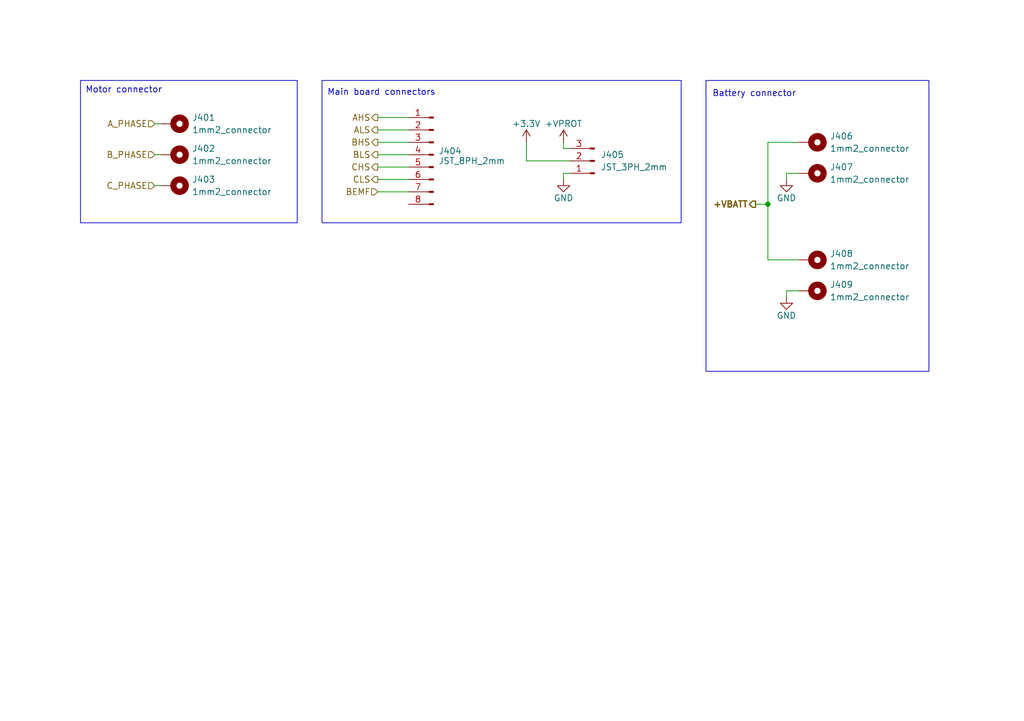
<source format=kicad_sch>
(kicad_sch
	(version 20250114)
	(generator "eeschema")
	(generator_version "9.0")
	(uuid "4a9904ee-a525-4b38-953d-6f10340d548f")
	(paper "A5")
	(title_block
		(title "SPROJ3EE ESC & BMS")
		(date "2025-10-25")
		(rev "1.0")
		(company "SDU")
		(comment 1 "Author: Theodor E. D. Hansen")
	)
	(lib_symbols
		(symbol "Connector:Conn_01x03_Pin"
			(pin_names
				(offset 1.016)
				(hide yes)
			)
			(exclude_from_sim no)
			(in_bom yes)
			(on_board yes)
			(property "Reference" "J"
				(at 0 5.08 0)
				(effects
					(font
						(size 1.27 1.27)
					)
				)
			)
			(property "Value" "Conn_01x03_Pin"
				(at 0 -5.08 0)
				(effects
					(font
						(size 1.27 1.27)
					)
				)
			)
			(property "Footprint" ""
				(at 0 0 0)
				(effects
					(font
						(size 1.27 1.27)
					)
					(hide yes)
				)
			)
			(property "Datasheet" "~"
				(at 0 0 0)
				(effects
					(font
						(size 1.27 1.27)
					)
					(hide yes)
				)
			)
			(property "Description" "Generic connector, single row, 01x03, script generated"
				(at 0 0 0)
				(effects
					(font
						(size 1.27 1.27)
					)
					(hide yes)
				)
			)
			(property "ki_locked" ""
				(at 0 0 0)
				(effects
					(font
						(size 1.27 1.27)
					)
				)
			)
			(property "ki_keywords" "connector"
				(at 0 0 0)
				(effects
					(font
						(size 1.27 1.27)
					)
					(hide yes)
				)
			)
			(property "ki_fp_filters" "Connector*:*_1x??_*"
				(at 0 0 0)
				(effects
					(font
						(size 1.27 1.27)
					)
					(hide yes)
				)
			)
			(symbol "Conn_01x03_Pin_1_1"
				(rectangle
					(start 0.8636 2.667)
					(end 0 2.413)
					(stroke
						(width 0.1524)
						(type default)
					)
					(fill
						(type outline)
					)
				)
				(rectangle
					(start 0.8636 0.127)
					(end 0 -0.127)
					(stroke
						(width 0.1524)
						(type default)
					)
					(fill
						(type outline)
					)
				)
				(rectangle
					(start 0.8636 -2.413)
					(end 0 -2.667)
					(stroke
						(width 0.1524)
						(type default)
					)
					(fill
						(type outline)
					)
				)
				(polyline
					(pts
						(xy 1.27 2.54) (xy 0.8636 2.54)
					)
					(stroke
						(width 0.1524)
						(type default)
					)
					(fill
						(type none)
					)
				)
				(polyline
					(pts
						(xy 1.27 0) (xy 0.8636 0)
					)
					(stroke
						(width 0.1524)
						(type default)
					)
					(fill
						(type none)
					)
				)
				(polyline
					(pts
						(xy 1.27 -2.54) (xy 0.8636 -2.54)
					)
					(stroke
						(width 0.1524)
						(type default)
					)
					(fill
						(type none)
					)
				)
				(pin passive line
					(at 5.08 2.54 180)
					(length 3.81)
					(name "Pin_1"
						(effects
							(font
								(size 1.27 1.27)
							)
						)
					)
					(number "1"
						(effects
							(font
								(size 1.27 1.27)
							)
						)
					)
				)
				(pin passive line
					(at 5.08 0 180)
					(length 3.81)
					(name "Pin_2"
						(effects
							(font
								(size 1.27 1.27)
							)
						)
					)
					(number "2"
						(effects
							(font
								(size 1.27 1.27)
							)
						)
					)
				)
				(pin passive line
					(at 5.08 -2.54 180)
					(length 3.81)
					(name "Pin_3"
						(effects
							(font
								(size 1.27 1.27)
							)
						)
					)
					(number "3"
						(effects
							(font
								(size 1.27 1.27)
							)
						)
					)
				)
			)
			(embedded_fonts no)
		)
		(symbol "Connector:Conn_01x08_Pin"
			(pin_names
				(offset 1.016)
				(hide yes)
			)
			(exclude_from_sim no)
			(in_bom yes)
			(on_board yes)
			(property "Reference" "J"
				(at 0 10.16 0)
				(effects
					(font
						(size 1.27 1.27)
					)
				)
			)
			(property "Value" "Conn_01x08_Pin"
				(at 0 -12.7 0)
				(effects
					(font
						(size 1.27 1.27)
					)
				)
			)
			(property "Footprint" ""
				(at 0 0 0)
				(effects
					(font
						(size 1.27 1.27)
					)
					(hide yes)
				)
			)
			(property "Datasheet" "~"
				(at 0 0 0)
				(effects
					(font
						(size 1.27 1.27)
					)
					(hide yes)
				)
			)
			(property "Description" "Generic connector, single row, 01x08, script generated"
				(at 0 0 0)
				(effects
					(font
						(size 1.27 1.27)
					)
					(hide yes)
				)
			)
			(property "ki_locked" ""
				(at 0 0 0)
				(effects
					(font
						(size 1.27 1.27)
					)
				)
			)
			(property "ki_keywords" "connector"
				(at 0 0 0)
				(effects
					(font
						(size 1.27 1.27)
					)
					(hide yes)
				)
			)
			(property "ki_fp_filters" "Connector*:*_1x??_*"
				(at 0 0 0)
				(effects
					(font
						(size 1.27 1.27)
					)
					(hide yes)
				)
			)
			(symbol "Conn_01x08_Pin_1_1"
				(rectangle
					(start 0.8636 7.747)
					(end 0 7.493)
					(stroke
						(width 0.1524)
						(type default)
					)
					(fill
						(type outline)
					)
				)
				(rectangle
					(start 0.8636 5.207)
					(end 0 4.953)
					(stroke
						(width 0.1524)
						(type default)
					)
					(fill
						(type outline)
					)
				)
				(rectangle
					(start 0.8636 2.667)
					(end 0 2.413)
					(stroke
						(width 0.1524)
						(type default)
					)
					(fill
						(type outline)
					)
				)
				(rectangle
					(start 0.8636 0.127)
					(end 0 -0.127)
					(stroke
						(width 0.1524)
						(type default)
					)
					(fill
						(type outline)
					)
				)
				(rectangle
					(start 0.8636 -2.413)
					(end 0 -2.667)
					(stroke
						(width 0.1524)
						(type default)
					)
					(fill
						(type outline)
					)
				)
				(rectangle
					(start 0.8636 -4.953)
					(end 0 -5.207)
					(stroke
						(width 0.1524)
						(type default)
					)
					(fill
						(type outline)
					)
				)
				(rectangle
					(start 0.8636 -7.493)
					(end 0 -7.747)
					(stroke
						(width 0.1524)
						(type default)
					)
					(fill
						(type outline)
					)
				)
				(rectangle
					(start 0.8636 -10.033)
					(end 0 -10.287)
					(stroke
						(width 0.1524)
						(type default)
					)
					(fill
						(type outline)
					)
				)
				(polyline
					(pts
						(xy 1.27 7.62) (xy 0.8636 7.62)
					)
					(stroke
						(width 0.1524)
						(type default)
					)
					(fill
						(type none)
					)
				)
				(polyline
					(pts
						(xy 1.27 5.08) (xy 0.8636 5.08)
					)
					(stroke
						(width 0.1524)
						(type default)
					)
					(fill
						(type none)
					)
				)
				(polyline
					(pts
						(xy 1.27 2.54) (xy 0.8636 2.54)
					)
					(stroke
						(width 0.1524)
						(type default)
					)
					(fill
						(type none)
					)
				)
				(polyline
					(pts
						(xy 1.27 0) (xy 0.8636 0)
					)
					(stroke
						(width 0.1524)
						(type default)
					)
					(fill
						(type none)
					)
				)
				(polyline
					(pts
						(xy 1.27 -2.54) (xy 0.8636 -2.54)
					)
					(stroke
						(width 0.1524)
						(type default)
					)
					(fill
						(type none)
					)
				)
				(polyline
					(pts
						(xy 1.27 -5.08) (xy 0.8636 -5.08)
					)
					(stroke
						(width 0.1524)
						(type default)
					)
					(fill
						(type none)
					)
				)
				(polyline
					(pts
						(xy 1.27 -7.62) (xy 0.8636 -7.62)
					)
					(stroke
						(width 0.1524)
						(type default)
					)
					(fill
						(type none)
					)
				)
				(polyline
					(pts
						(xy 1.27 -10.16) (xy 0.8636 -10.16)
					)
					(stroke
						(width 0.1524)
						(type default)
					)
					(fill
						(type none)
					)
				)
				(pin passive line
					(at 5.08 7.62 180)
					(length 3.81)
					(name "Pin_1"
						(effects
							(font
								(size 1.27 1.27)
							)
						)
					)
					(number "1"
						(effects
							(font
								(size 1.27 1.27)
							)
						)
					)
				)
				(pin passive line
					(at 5.08 5.08 180)
					(length 3.81)
					(name "Pin_2"
						(effects
							(font
								(size 1.27 1.27)
							)
						)
					)
					(number "2"
						(effects
							(font
								(size 1.27 1.27)
							)
						)
					)
				)
				(pin passive line
					(at 5.08 2.54 180)
					(length 3.81)
					(name "Pin_3"
						(effects
							(font
								(size 1.27 1.27)
							)
						)
					)
					(number "3"
						(effects
							(font
								(size 1.27 1.27)
							)
						)
					)
				)
				(pin passive line
					(at 5.08 0 180)
					(length 3.81)
					(name "Pin_4"
						(effects
							(font
								(size 1.27 1.27)
							)
						)
					)
					(number "4"
						(effects
							(font
								(size 1.27 1.27)
							)
						)
					)
				)
				(pin passive line
					(at 5.08 -2.54 180)
					(length 3.81)
					(name "Pin_5"
						(effects
							(font
								(size 1.27 1.27)
							)
						)
					)
					(number "5"
						(effects
							(font
								(size 1.27 1.27)
							)
						)
					)
				)
				(pin passive line
					(at 5.08 -5.08 180)
					(length 3.81)
					(name "Pin_6"
						(effects
							(font
								(size 1.27 1.27)
							)
						)
					)
					(number "6"
						(effects
							(font
								(size 1.27 1.27)
							)
						)
					)
				)
				(pin passive line
					(at 5.08 -7.62 180)
					(length 3.81)
					(name "Pin_7"
						(effects
							(font
								(size 1.27 1.27)
							)
						)
					)
					(number "7"
						(effects
							(font
								(size 1.27 1.27)
							)
						)
					)
				)
				(pin passive line
					(at 5.08 -10.16 180)
					(length 3.81)
					(name "Pin_8"
						(effects
							(font
								(size 1.27 1.27)
							)
						)
					)
					(number "8"
						(effects
							(font
								(size 1.27 1.27)
							)
						)
					)
				)
			)
			(embedded_fonts no)
		)
		(symbol "Mechanical:MountingHole_Pad"
			(pin_numbers
				(hide yes)
			)
			(pin_names
				(offset 1.016)
				(hide yes)
			)
			(exclude_from_sim no)
			(in_bom no)
			(on_board yes)
			(property "Reference" "H"
				(at 0 6.35 0)
				(effects
					(font
						(size 1.27 1.27)
					)
				)
			)
			(property "Value" "MountingHole_Pad"
				(at 0 4.445 0)
				(effects
					(font
						(size 1.27 1.27)
					)
				)
			)
			(property "Footprint" ""
				(at 0 0 0)
				(effects
					(font
						(size 1.27 1.27)
					)
					(hide yes)
				)
			)
			(property "Datasheet" "~"
				(at 0 0 0)
				(effects
					(font
						(size 1.27 1.27)
					)
					(hide yes)
				)
			)
			(property "Description" "Mounting Hole with connection"
				(at 0 0 0)
				(effects
					(font
						(size 1.27 1.27)
					)
					(hide yes)
				)
			)
			(property "ki_keywords" "mounting hole"
				(at 0 0 0)
				(effects
					(font
						(size 1.27 1.27)
					)
					(hide yes)
				)
			)
			(property "ki_fp_filters" "MountingHole*Pad*"
				(at 0 0 0)
				(effects
					(font
						(size 1.27 1.27)
					)
					(hide yes)
				)
			)
			(symbol "MountingHole_Pad_0_1"
				(circle
					(center 0 1.27)
					(radius 1.27)
					(stroke
						(width 1.27)
						(type default)
					)
					(fill
						(type none)
					)
				)
			)
			(symbol "MountingHole_Pad_1_1"
				(pin input line
					(at 0 -2.54 90)
					(length 2.54)
					(name "1"
						(effects
							(font
								(size 1.27 1.27)
							)
						)
					)
					(number "1"
						(effects
							(font
								(size 1.27 1.27)
							)
						)
					)
				)
			)
			(embedded_fonts no)
		)
		(symbol "power:+3.3V"
			(power)
			(pin_numbers
				(hide yes)
			)
			(pin_names
				(offset 0)
				(hide yes)
			)
			(exclude_from_sim no)
			(in_bom yes)
			(on_board yes)
			(property "Reference" "#PWR"
				(at 0 -3.81 0)
				(effects
					(font
						(size 1.27 1.27)
					)
					(hide yes)
				)
			)
			(property "Value" "+3.3V"
				(at 0 3.556 0)
				(effects
					(font
						(size 1.27 1.27)
					)
				)
			)
			(property "Footprint" ""
				(at 0 0 0)
				(effects
					(font
						(size 1.27 1.27)
					)
					(hide yes)
				)
			)
			(property "Datasheet" ""
				(at 0 0 0)
				(effects
					(font
						(size 1.27 1.27)
					)
					(hide yes)
				)
			)
			(property "Description" "Power symbol creates a global label with name \"+3.3V\""
				(at 0 0 0)
				(effects
					(font
						(size 1.27 1.27)
					)
					(hide yes)
				)
			)
			(property "ki_keywords" "global power"
				(at 0 0 0)
				(effects
					(font
						(size 1.27 1.27)
					)
					(hide yes)
				)
			)
			(symbol "+3.3V_0_1"
				(polyline
					(pts
						(xy -0.762 1.27) (xy 0 2.54)
					)
					(stroke
						(width 0)
						(type default)
					)
					(fill
						(type none)
					)
				)
				(polyline
					(pts
						(xy 0 2.54) (xy 0.762 1.27)
					)
					(stroke
						(width 0)
						(type default)
					)
					(fill
						(type none)
					)
				)
				(polyline
					(pts
						(xy 0 0) (xy 0 2.54)
					)
					(stroke
						(width 0)
						(type default)
					)
					(fill
						(type none)
					)
				)
			)
			(symbol "+3.3V_1_1"
				(pin power_in line
					(at 0 0 90)
					(length 0)
					(name "~"
						(effects
							(font
								(size 1.27 1.27)
							)
						)
					)
					(number "1"
						(effects
							(font
								(size 1.27 1.27)
							)
						)
					)
				)
			)
			(embedded_fonts no)
		)
		(symbol "power:GND"
			(power)
			(pin_numbers
				(hide yes)
			)
			(pin_names
				(offset 0)
				(hide yes)
			)
			(exclude_from_sim no)
			(in_bom yes)
			(on_board yes)
			(property "Reference" "#PWR"
				(at 0 -6.35 0)
				(effects
					(font
						(size 1.27 1.27)
					)
					(hide yes)
				)
			)
			(property "Value" "GND"
				(at 0 -3.81 0)
				(effects
					(font
						(size 1.27 1.27)
					)
				)
			)
			(property "Footprint" ""
				(at 0 0 0)
				(effects
					(font
						(size 1.27 1.27)
					)
					(hide yes)
				)
			)
			(property "Datasheet" ""
				(at 0 0 0)
				(effects
					(font
						(size 1.27 1.27)
					)
					(hide yes)
				)
			)
			(property "Description" "Power symbol creates a global label with name \"GND\" , ground"
				(at 0 0 0)
				(effects
					(font
						(size 1.27 1.27)
					)
					(hide yes)
				)
			)
			(property "ki_keywords" "global power"
				(at 0 0 0)
				(effects
					(font
						(size 1.27 1.27)
					)
					(hide yes)
				)
			)
			(symbol "GND_0_1"
				(polyline
					(pts
						(xy 0 0) (xy 0 -1.27) (xy 1.27 -1.27) (xy 0 -2.54) (xy -1.27 -1.27) (xy 0 -1.27)
					)
					(stroke
						(width 0)
						(type default)
					)
					(fill
						(type none)
					)
				)
			)
			(symbol "GND_1_1"
				(pin power_in line
					(at 0 0 270)
					(length 0)
					(name "~"
						(effects
							(font
								(size 1.27 1.27)
							)
						)
					)
					(number "1"
						(effects
							(font
								(size 1.27 1.27)
							)
						)
					)
				)
			)
			(embedded_fonts no)
		)
		(symbol "power:VBUS"
			(power)
			(pin_numbers
				(hide yes)
			)
			(pin_names
				(offset 0)
				(hide yes)
			)
			(exclude_from_sim no)
			(in_bom yes)
			(on_board yes)
			(property "Reference" "#PWR"
				(at 0 -3.81 0)
				(effects
					(font
						(size 1.27 1.27)
					)
					(hide yes)
				)
			)
			(property "Value" "VBUS"
				(at 0 3.556 0)
				(effects
					(font
						(size 1.27 1.27)
					)
				)
			)
			(property "Footprint" ""
				(at 0 0 0)
				(effects
					(font
						(size 1.27 1.27)
					)
					(hide yes)
				)
			)
			(property "Datasheet" ""
				(at 0 0 0)
				(effects
					(font
						(size 1.27 1.27)
					)
					(hide yes)
				)
			)
			(property "Description" "Power symbol creates a global label with name \"VBUS\""
				(at 0 0 0)
				(effects
					(font
						(size 1.27 1.27)
					)
					(hide yes)
				)
			)
			(property "ki_keywords" "global power"
				(at 0 0 0)
				(effects
					(font
						(size 1.27 1.27)
					)
					(hide yes)
				)
			)
			(symbol "VBUS_0_1"
				(polyline
					(pts
						(xy -0.762 1.27) (xy 0 2.54)
					)
					(stroke
						(width 0)
						(type default)
					)
					(fill
						(type none)
					)
				)
				(polyline
					(pts
						(xy 0 2.54) (xy 0.762 1.27)
					)
					(stroke
						(width 0)
						(type default)
					)
					(fill
						(type none)
					)
				)
				(polyline
					(pts
						(xy 0 0) (xy 0 2.54)
					)
					(stroke
						(width 0)
						(type default)
					)
					(fill
						(type none)
					)
				)
			)
			(symbol "VBUS_1_1"
				(pin power_in line
					(at 0 0 90)
					(length 0)
					(name "~"
						(effects
							(font
								(size 1.27 1.27)
							)
						)
					)
					(number "1"
						(effects
							(font
								(size 1.27 1.27)
							)
						)
					)
				)
			)
			(embedded_fonts no)
		)
	)
	(rectangle
		(start 66.04 16.51)
		(end 139.7 45.72)
		(stroke
			(width 0)
			(type default)
		)
		(fill
			(type none)
		)
		(uuid 2020b1de-e6ec-40a8-b383-822686000fea)
	)
	(rectangle
		(start 144.78 16.51)
		(end 190.5 76.2)
		(stroke
			(width 0)
			(type default)
		)
		(fill
			(type none)
		)
		(uuid a3b8ad54-bcff-4400-9d15-f5947ba97c64)
	)
	(rectangle
		(start 16.51 16.51)
		(end 60.96 45.72)
		(stroke
			(width 0)
			(type default)
		)
		(fill
			(type none)
		)
		(uuid e0ee5276-a388-4781-b420-4aea8f224a25)
	)
	(text "Main board connectors"
		(exclude_from_sim no)
		(at 78.232 19.05 0)
		(effects
			(font
				(size 1.27 1.27)
			)
		)
		(uuid "83cf2ef7-7f6e-458e-92dd-e934993be8b1")
	)
	(text "Motor connector"
		(exclude_from_sim no)
		(at 25.4 18.542 0)
		(effects
			(font
				(size 1.27 1.27)
			)
		)
		(uuid "c4894c80-6b07-45d5-838f-c26dd180489c")
	)
	(text "Battery connector"
		(exclude_from_sim no)
		(at 154.686 19.304 0)
		(effects
			(font
				(size 1.27 1.27)
			)
		)
		(uuid "da60f794-90c7-4223-8de7-5c274fcf161c")
	)
	(junction
		(at 157.48 41.91)
		(diameter 0)
		(color 0 0 0 0)
		(uuid "8b6a5d9e-4891-4469-b8f9-0ed35826fc2f")
	)
	(wire
		(pts
			(xy 83.82 24.13) (xy 77.47 24.13)
		)
		(stroke
			(width 0)
			(type default)
		)
		(uuid "02008841-a5a0-4040-a9c9-2defc5076fb6")
	)
	(wire
		(pts
			(xy 163.83 59.69) (xy 161.29 59.69)
		)
		(stroke
			(width 0)
			(type default)
		)
		(uuid "0e244625-8012-4e7d-ba7f-17f1dd692fe8")
	)
	(wire
		(pts
			(xy 83.82 34.29) (xy 77.47 34.29)
		)
		(stroke
			(width 0)
			(type default)
		)
		(uuid "26253f70-a78f-4a57-8e25-79b9a0e67338")
	)
	(wire
		(pts
			(xy 107.95 29.21) (xy 107.95 33.02)
		)
		(stroke
			(width 0)
			(type default)
		)
		(uuid "2892b6da-e5ff-4613-916a-e2cdfa65274e")
	)
	(wire
		(pts
			(xy 161.29 35.56) (xy 161.29 36.83)
		)
		(stroke
			(width 0)
			(type default)
		)
		(uuid "2cacfb11-9592-4b92-89ad-cba96145d2cf")
	)
	(wire
		(pts
			(xy 163.83 53.34) (xy 157.48 53.34)
		)
		(stroke
			(width 0)
			(type default)
		)
		(uuid "3ad08d1d-3afc-4cc9-9ce7-11bb528fdb53")
	)
	(wire
		(pts
			(xy 154.94 41.91) (xy 157.48 41.91)
		)
		(stroke
			(width 0)
			(type default)
		)
		(uuid "44c5142b-7ea2-493c-8c6d-f7ddee877576")
	)
	(wire
		(pts
			(xy 107.95 33.02) (xy 116.84 33.02)
		)
		(stroke
			(width 0)
			(type default)
		)
		(uuid "47457d09-3451-4478-b46b-10d5d790ef34")
	)
	(wire
		(pts
			(xy 161.29 59.69) (xy 161.29 60.96)
		)
		(stroke
			(width 0)
			(type default)
		)
		(uuid "58283d59-c095-42c8-9cea-2f4d46314374")
	)
	(wire
		(pts
			(xy 83.82 31.75) (xy 77.47 31.75)
		)
		(stroke
			(width 0)
			(type default)
		)
		(uuid "58775409-44d4-4248-940d-52b5f9096922")
	)
	(wire
		(pts
			(xy 115.57 30.48) (xy 115.57 29.21)
		)
		(stroke
			(width 0)
			(type default)
		)
		(uuid "5d897477-1366-499a-8e35-3d2abf8b6958")
	)
	(wire
		(pts
			(xy 157.48 29.21) (xy 163.83 29.21)
		)
		(stroke
			(width 0)
			(type default)
		)
		(uuid "67eaca6c-5ce2-4a28-8fe5-214d46cb575f")
	)
	(wire
		(pts
			(xy 157.48 41.91) (xy 157.48 29.21)
		)
		(stroke
			(width 0)
			(type default)
		)
		(uuid "680a2088-8e12-4328-8204-cfcea9d2ebe2")
	)
	(wire
		(pts
			(xy 83.82 36.83) (xy 77.47 36.83)
		)
		(stroke
			(width 0)
			(type default)
		)
		(uuid "68875317-9e20-46f2-ac3a-3642e011ed07")
	)
	(wire
		(pts
			(xy 31.75 31.75) (xy 33.02 31.75)
		)
		(stroke
			(width 0)
			(type default)
		)
		(uuid "7214f7b9-1eb4-4c27-b3d7-b056aaa28c61")
	)
	(wire
		(pts
			(xy 83.82 39.37) (xy 77.47 39.37)
		)
		(stroke
			(width 0)
			(type default)
		)
		(uuid "73358e53-a3ad-4a5f-b15e-fee841e64bbf")
	)
	(wire
		(pts
			(xy 83.82 29.21) (xy 77.47 29.21)
		)
		(stroke
			(width 0)
			(type default)
		)
		(uuid "77ab7ba1-2012-4ef7-b661-c6f264c7cf0a")
	)
	(wire
		(pts
			(xy 115.57 35.56) (xy 115.57 36.83)
		)
		(stroke
			(width 0)
			(type default)
		)
		(uuid "7ba4b7c9-f0d3-4b78-8d90-ac8c867df74f")
	)
	(wire
		(pts
			(xy 157.48 41.91) (xy 157.48 53.34)
		)
		(stroke
			(width 0)
			(type default)
		)
		(uuid "8a4cd7d2-0732-481c-9831-e1611db7f4f3")
	)
	(wire
		(pts
			(xy 116.84 35.56) (xy 115.57 35.56)
		)
		(stroke
			(width 0)
			(type default)
		)
		(uuid "d8b51596-ef67-4c9f-b58d-75ca047b1d20")
	)
	(wire
		(pts
			(xy 83.82 26.67) (xy 77.47 26.67)
		)
		(stroke
			(width 0)
			(type default)
		)
		(uuid "db394137-cb75-482b-b0e0-0073d20d156f")
	)
	(wire
		(pts
			(xy 163.83 35.56) (xy 161.29 35.56)
		)
		(stroke
			(width 0)
			(type default)
		)
		(uuid "e76a40c3-7bb9-45f0-b63e-2b184d668d06")
	)
	(wire
		(pts
			(xy 31.75 25.4) (xy 33.02 25.4)
		)
		(stroke
			(width 0)
			(type default)
		)
		(uuid "eab666e4-8c06-4025-acee-4e904f84cc5d")
	)
	(wire
		(pts
			(xy 116.84 30.48) (xy 115.57 30.48)
		)
		(stroke
			(width 0)
			(type default)
		)
		(uuid "eb007588-02b7-403b-8915-5ba391ef0ce9")
	)
	(wire
		(pts
			(xy 31.75 38.1) (xy 33.02 38.1)
		)
		(stroke
			(width 0)
			(type default)
		)
		(uuid "f88de20e-f8de-41f3-8c81-2d79441dbfa9")
	)
	(hierarchical_label "A_PHASE"
		(shape input)
		(at 31.75 25.4 180)
		(effects
			(font
				(size 1.27 1.27)
			)
			(justify right)
		)
		(uuid "0eebc1d3-82a0-471d-8a95-8dc7ee10e023")
	)
	(hierarchical_label "BEMF"
		(shape input)
		(at 77.47 39.37 180)
		(effects
			(font
				(size 1.27 1.27)
			)
			(justify right)
		)
		(uuid "15e96b43-114c-4f8e-9c00-bff5eada5f75")
	)
	(hierarchical_label "C_PHASE"
		(shape input)
		(at 31.75 38.1 180)
		(effects
			(font
				(size 1.27 1.27)
			)
			(justify right)
		)
		(uuid "196d983f-69b7-4c96-ade0-fc1cac45c4b9")
	)
	(hierarchical_label "+VBATT"
		(shape output)
		(at 154.94 41.91 180)
		(effects
			(font
				(size 1.27 1.27)
				(thickness 0.254)
				(bold yes)
			)
			(justify right)
		)
		(uuid "2f0d43bb-41ff-4196-a29e-9552cba4256c")
	)
	(hierarchical_label "AHS"
		(shape output)
		(at 77.47 24.13 180)
		(effects
			(font
				(size 1.27 1.27)
			)
			(justify right)
		)
		(uuid "3e6139bc-2bc0-4ac6-a98a-f22dace2ee0e")
	)
	(hierarchical_label "ALS"
		(shape output)
		(at 77.47 26.67 180)
		(effects
			(font
				(size 1.27 1.27)
			)
			(justify right)
		)
		(uuid "490974f0-c8d2-47e8-8b6c-eba7c76cfcf4")
	)
	(hierarchical_label "CLS"
		(shape output)
		(at 77.47 36.83 180)
		(effects
			(font
				(size 1.27 1.27)
			)
			(justify right)
		)
		(uuid "76dd7ecc-d28a-44fe-bd72-ee5a436f50ca")
	)
	(hierarchical_label "BHS"
		(shape output)
		(at 77.47 29.21 180)
		(effects
			(font
				(size 1.27 1.27)
			)
			(justify right)
		)
		(uuid "8048948f-bbe2-45eb-855e-6aea9e3b14e1")
	)
	(hierarchical_label "CHS"
		(shape output)
		(at 77.47 34.29 180)
		(effects
			(font
				(size 1.27 1.27)
			)
			(justify right)
		)
		(uuid "9115188b-eac9-431d-8a5c-be8efa87279b")
	)
	(hierarchical_label "BLS"
		(shape output)
		(at 77.47 31.75 180)
		(effects
			(font
				(size 1.27 1.27)
			)
			(justify right)
		)
		(uuid "a5e3f498-56dc-4576-817c-30eab1861cae")
	)
	(hierarchical_label "B_PHASE"
		(shape input)
		(at 31.75 31.75 180)
		(effects
			(font
				(size 1.27 1.27)
			)
			(justify right)
		)
		(uuid "eeb9a639-5928-4b87-ac70-1ee9833f7cd0")
	)
	(symbol
		(lib_id "Connector:Conn_01x08_Pin")
		(at 88.9 31.75 0)
		(mirror y)
		(unit 1)
		(exclude_from_sim no)
		(in_bom yes)
		(on_board yes)
		(dnp no)
		(uuid "17572f47-ef11-488f-9798-ec88d848781a")
		(property "Reference" "J404"
			(at 89.916 30.988 0)
			(effects
				(font
					(size 1.27 1.27)
				)
				(justify right)
			)
		)
		(property "Value" "JST_8PH_2mm"
			(at 89.916 33.02 0)
			(effects
				(font
					(size 1.27 1.27)
				)
				(justify right)
			)
		)
		(property "Footprint" "Connector_JST:JST_PH_B8B-PH-K_1x08_P2.00mm_Vertical"
			(at 88.9 31.75 0)
			(effects
				(font
					(size 1.27 1.27)
				)
				(hide yes)
			)
		)
		(property "Datasheet" "~"
			(at 88.9 31.75 0)
			(effects
				(font
					(size 1.27 1.27)
				)
				(hide yes)
			)
		)
		(property "Description" "Generic connector, single row, 01x08, script generated"
			(at 88.9 31.75 0)
			(effects
				(font
					(size 1.27 1.27)
				)
				(hide yes)
			)
		)
		(pin "2"
			(uuid "9a2bae4f-b63a-4cd1-9e72-9a627fa55677")
		)
		(pin "8"
			(uuid "91632134-ac1f-4bec-ad8a-ba75f2cef9f7")
		)
		(pin "5"
			(uuid "c419a322-b569-4d02-bd54-925f3114a9b1")
		)
		(pin "1"
			(uuid "0560e88a-580d-4948-a217-258233a0ca6d")
		)
		(pin "4"
			(uuid "42697a16-3cca-4d48-874f-0c7cefb6d637")
		)
		(pin "6"
			(uuid "7388f838-4143-4fde-a1d2-b99ed8ce3b38")
		)
		(pin "3"
			(uuid "343ae059-be1f-49bb-a478-bd4a058c595a")
		)
		(pin "7"
			(uuid "41c3e797-746f-4958-8177-6d0b004eb0b8")
		)
		(instances
			(project ""
				(path "/64aee9f2-a448-43ef-b28d-f00e276bd9f5/b843d17e-7d6d-4569-97d7-0fdd5bf8acb0"
					(reference "J404")
					(unit 1)
				)
			)
		)
	)
	(symbol
		(lib_id "Mechanical:MountingHole_Pad")
		(at 166.37 53.34 270)
		(unit 1)
		(exclude_from_sim no)
		(in_bom no)
		(on_board yes)
		(dnp no)
		(fields_autoplaced yes)
		(uuid "1cd522c8-d69d-419f-b6e3-f177f0a8550e")
		(property "Reference" "J408"
			(at 170.18 52.0699 90)
			(effects
				(font
					(size 1.27 1.27)
				)
				(justify left)
			)
		)
		(property "Value" "1mm2_connector"
			(at 170.18 54.6099 90)
			(effects
				(font
					(size 1.27 1.27)
				)
				(justify left)
			)
		)
		(property "Footprint" "Connector_Wire:SolderWire-1sqmm_1x01_D1.4mm_OD2.7mm"
			(at 166.37 53.34 0)
			(effects
				(font
					(size 1.27 1.27)
				)
				(hide yes)
			)
		)
		(property "Datasheet" "~"
			(at 166.37 53.34 0)
			(effects
				(font
					(size 1.27 1.27)
				)
				(hide yes)
			)
		)
		(property "Description" "Mounting Hole with connection"
			(at 166.37 53.34 0)
			(effects
				(font
					(size 1.27 1.27)
				)
				(hide yes)
			)
		)
		(pin "1"
			(uuid "ed0a52bb-3308-4b76-84cf-2e4f80d311f0")
		)
		(instances
			(project "SPROJ3EE_ESC_BMS"
				(path "/64aee9f2-a448-43ef-b28d-f00e276bd9f5/b843d17e-7d6d-4569-97d7-0fdd5bf8acb0"
					(reference "J408")
					(unit 1)
				)
			)
		)
	)
	(symbol
		(lib_id "Connector:Conn_01x03_Pin")
		(at 121.92 33.02 180)
		(unit 1)
		(exclude_from_sim no)
		(in_bom yes)
		(on_board yes)
		(dnp no)
		(fields_autoplaced yes)
		(uuid "1ffe7c03-f43b-4ddb-a733-c6074c0e239c")
		(property "Reference" "J405"
			(at 123.19 31.7499 0)
			(effects
				(font
					(size 1.27 1.27)
				)
				(justify right)
			)
		)
		(property "Value" "JST_3PH_2mm"
			(at 123.19 34.2899 0)
			(effects
				(font
					(size 1.27 1.27)
				)
				(justify right)
			)
		)
		(property "Footprint" "Connector_JST:JST_PH_B3B-PH-K_1x03_P2.00mm_Vertical"
			(at 121.92 33.02 0)
			(effects
				(font
					(size 1.27 1.27)
				)
				(hide yes)
			)
		)
		(property "Datasheet" "~"
			(at 121.92 33.02 0)
			(effects
				(font
					(size 1.27 1.27)
				)
				(hide yes)
			)
		)
		(property "Description" "Generic connector, single row, 01x03, script generated"
			(at 121.92 33.02 0)
			(effects
				(font
					(size 1.27 1.27)
				)
				(hide yes)
			)
		)
		(pin "3"
			(uuid "328774bb-f6e6-45d0-8c04-2c1446982896")
		)
		(pin "2"
			(uuid "2c23379e-e74b-47fd-8f56-db9ab2d4da1d")
		)
		(pin "1"
			(uuid "98dff043-b23a-4cc5-973e-1475f9fe5d66")
		)
		(instances
			(project ""
				(path "/64aee9f2-a448-43ef-b28d-f00e276bd9f5/b843d17e-7d6d-4569-97d7-0fdd5bf8acb0"
					(reference "J405")
					(unit 1)
				)
			)
		)
	)
	(symbol
		(lib_id "power:GND")
		(at 161.29 36.83 0)
		(unit 1)
		(exclude_from_sim no)
		(in_bom yes)
		(on_board yes)
		(dnp no)
		(uuid "2ff54a31-1fe0-4436-8383-cdd083bb50c8")
		(property "Reference" "#PWR0405"
			(at 161.29 43.18 0)
			(effects
				(font
					(size 1.27 1.27)
				)
				(hide yes)
			)
		)
		(property "Value" "GND"
			(at 161.29 40.64 0)
			(effects
				(font
					(size 1.27 1.27)
				)
			)
		)
		(property "Footprint" ""
			(at 161.29 36.83 0)
			(effects
				(font
					(size 1.27 1.27)
				)
				(hide yes)
			)
		)
		(property "Datasheet" ""
			(at 161.29 36.83 0)
			(effects
				(font
					(size 1.27 1.27)
				)
				(hide yes)
			)
		)
		(property "Description" "Power symbol creates a global label with name \"GND\" , ground"
			(at 161.29 36.83 0)
			(effects
				(font
					(size 1.27 1.27)
				)
				(hide yes)
			)
		)
		(pin "1"
			(uuid "53ae8255-0d63-49b2-9a56-3df5aea897a9")
		)
		(instances
			(project ""
				(path "/64aee9f2-a448-43ef-b28d-f00e276bd9f5/b843d17e-7d6d-4569-97d7-0fdd5bf8acb0"
					(reference "#PWR0405")
					(unit 1)
				)
			)
		)
	)
	(symbol
		(lib_id "power:GND")
		(at 161.29 60.96 0)
		(unit 1)
		(exclude_from_sim no)
		(in_bom yes)
		(on_board yes)
		(dnp no)
		(uuid "41fa5e73-29b4-4557-bdd7-a03788e16e0a")
		(property "Reference" "#PWR0407"
			(at 161.29 67.31 0)
			(effects
				(font
					(size 1.27 1.27)
				)
				(hide yes)
			)
		)
		(property "Value" "GND"
			(at 161.29 64.77 0)
			(effects
				(font
					(size 1.27 1.27)
				)
			)
		)
		(property "Footprint" ""
			(at 161.29 60.96 0)
			(effects
				(font
					(size 1.27 1.27)
				)
				(hide yes)
			)
		)
		(property "Datasheet" ""
			(at 161.29 60.96 0)
			(effects
				(font
					(size 1.27 1.27)
				)
				(hide yes)
			)
		)
		(property "Description" "Power symbol creates a global label with name \"GND\" , ground"
			(at 161.29 60.96 0)
			(effects
				(font
					(size 1.27 1.27)
				)
				(hide yes)
			)
		)
		(pin "1"
			(uuid "2ff1188e-1c0c-4b68-bb7b-b51720fb6699")
		)
		(instances
			(project "SPROJ3EE_ESC_BMS"
				(path "/64aee9f2-a448-43ef-b28d-f00e276bd9f5/b843d17e-7d6d-4569-97d7-0fdd5bf8acb0"
					(reference "#PWR0407")
					(unit 1)
				)
			)
		)
	)
	(symbol
		(lib_id "power:GND")
		(at 115.57 36.83 0)
		(unit 1)
		(exclude_from_sim no)
		(in_bom yes)
		(on_board yes)
		(dnp no)
		(uuid "4a81b68e-8114-47f8-b860-1c6f06c4083d")
		(property "Reference" "#PWR0403"
			(at 115.57 43.18 0)
			(effects
				(font
					(size 1.27 1.27)
				)
				(hide yes)
			)
		)
		(property "Value" "GND"
			(at 115.57 40.64 0)
			(effects
				(font
					(size 1.27 1.27)
				)
			)
		)
		(property "Footprint" ""
			(at 115.57 36.83 0)
			(effects
				(font
					(size 1.27 1.27)
				)
				(hide yes)
			)
		)
		(property "Datasheet" ""
			(at 115.57 36.83 0)
			(effects
				(font
					(size 1.27 1.27)
				)
				(hide yes)
			)
		)
		(property "Description" "Power symbol creates a global label with name \"GND\" , ground"
			(at 115.57 36.83 0)
			(effects
				(font
					(size 1.27 1.27)
				)
				(hide yes)
			)
		)
		(pin "1"
			(uuid "8510fc65-3bee-476b-abeb-2592bf279fe2")
		)
		(instances
			(project ""
				(path "/64aee9f2-a448-43ef-b28d-f00e276bd9f5/b843d17e-7d6d-4569-97d7-0fdd5bf8acb0"
					(reference "#PWR0403")
					(unit 1)
				)
			)
		)
	)
	(symbol
		(lib_id "Mechanical:MountingHole_Pad")
		(at 166.37 59.69 270)
		(unit 1)
		(exclude_from_sim no)
		(in_bom no)
		(on_board yes)
		(dnp no)
		(fields_autoplaced yes)
		(uuid "52d77cd2-0804-4329-86ce-26f5c5266c40")
		(property "Reference" "J409"
			(at 170.18 58.4199 90)
			(effects
				(font
					(size 1.27 1.27)
				)
				(justify left)
			)
		)
		(property "Value" "1mm2_connector"
			(at 170.18 60.9599 90)
			(effects
				(font
					(size 1.27 1.27)
				)
				(justify left)
			)
		)
		(property "Footprint" "Connector_Wire:SolderWire-1sqmm_1x01_D1.4mm_OD2.7mm"
			(at 166.37 59.69 0)
			(effects
				(font
					(size 1.27 1.27)
				)
				(hide yes)
			)
		)
		(property "Datasheet" "~"
			(at 166.37 59.69 0)
			(effects
				(font
					(size 1.27 1.27)
				)
				(hide yes)
			)
		)
		(property "Description" "Mounting Hole with connection"
			(at 166.37 59.69 0)
			(effects
				(font
					(size 1.27 1.27)
				)
				(hide yes)
			)
		)
		(pin "1"
			(uuid "d2a02a1e-bde4-4552-91bf-78daa90aca1b")
		)
		(instances
			(project "SPROJ3EE_ESC_BMS"
				(path "/64aee9f2-a448-43ef-b28d-f00e276bd9f5/b843d17e-7d6d-4569-97d7-0fdd5bf8acb0"
					(reference "J409")
					(unit 1)
				)
			)
		)
	)
	(symbol
		(lib_id "Mechanical:MountingHole_Pad")
		(at 35.56 38.1 270)
		(unit 1)
		(exclude_from_sim no)
		(in_bom no)
		(on_board yes)
		(dnp no)
		(fields_autoplaced yes)
		(uuid "9f0c757e-445c-4888-a872-c3e69f627f0a")
		(property "Reference" "J403"
			(at 39.37 36.8299 90)
			(effects
				(font
					(size 1.27 1.27)
				)
				(justify left)
			)
		)
		(property "Value" "1mm2_connector"
			(at 39.37 39.3699 90)
			(effects
				(font
					(size 1.27 1.27)
				)
				(justify left)
			)
		)
		(property "Footprint" "Connector_Wire:SolderWire-1sqmm_1x01_D1.4mm_OD2.7mm"
			(at 35.56 38.1 0)
			(effects
				(font
					(size 1.27 1.27)
				)
				(hide yes)
			)
		)
		(property "Datasheet" "~"
			(at 35.56 38.1 0)
			(effects
				(font
					(size 1.27 1.27)
				)
				(hide yes)
			)
		)
		(property "Description" "Mounting Hole with connection"
			(at 35.56 38.1 0)
			(effects
				(font
					(size 1.27 1.27)
				)
				(hide yes)
			)
		)
		(pin "1"
			(uuid "031bc1aa-2f79-4377-ad99-d711cf5d2a15")
		)
		(instances
			(project "SPROJ3EE_ESC_BMS"
				(path "/64aee9f2-a448-43ef-b28d-f00e276bd9f5/b843d17e-7d6d-4569-97d7-0fdd5bf8acb0"
					(reference "J403")
					(unit 1)
				)
			)
		)
	)
	(symbol
		(lib_id "Mechanical:MountingHole_Pad")
		(at 35.56 25.4 270)
		(unit 1)
		(exclude_from_sim no)
		(in_bom no)
		(on_board yes)
		(dnp no)
		(fields_autoplaced yes)
		(uuid "a3d0371d-4bb2-4d26-8bef-0205613cc8ef")
		(property "Reference" "J401"
			(at 39.37 24.1299 90)
			(effects
				(font
					(size 1.27 1.27)
				)
				(justify left)
			)
		)
		(property "Value" "1mm2_connector"
			(at 39.37 26.6699 90)
			(effects
				(font
					(size 1.27 1.27)
				)
				(justify left)
			)
		)
		(property "Footprint" "Connector_Wire:SolderWire-1sqmm_1x01_D1.4mm_OD2.7mm"
			(at 35.56 25.4 0)
			(effects
				(font
					(size 1.27 1.27)
				)
				(hide yes)
			)
		)
		(property "Datasheet" "~"
			(at 35.56 25.4 0)
			(effects
				(font
					(size 1.27 1.27)
				)
				(hide yes)
			)
		)
		(property "Description" "Mounting Hole with connection"
			(at 35.56 25.4 0)
			(effects
				(font
					(size 1.27 1.27)
				)
				(hide yes)
			)
		)
		(pin "1"
			(uuid "190ab4e2-3b8c-4e4b-99db-3bedb3662a88")
		)
		(instances
			(project ""
				(path "/64aee9f2-a448-43ef-b28d-f00e276bd9f5/b843d17e-7d6d-4569-97d7-0fdd5bf8acb0"
					(reference "J401")
					(unit 1)
				)
			)
		)
	)
	(symbol
		(lib_id "Mechanical:MountingHole_Pad")
		(at 166.37 29.21 270)
		(unit 1)
		(exclude_from_sim no)
		(in_bom no)
		(on_board yes)
		(dnp no)
		(fields_autoplaced yes)
		(uuid "c04c8dfc-df82-43e5-be77-9a8afdb4089f")
		(property "Reference" "J406"
			(at 170.18 27.9399 90)
			(effects
				(font
					(size 1.27 1.27)
				)
				(justify left)
			)
		)
		(property "Value" "1mm2_connector"
			(at 170.18 30.4799 90)
			(effects
				(font
					(size 1.27 1.27)
				)
				(justify left)
			)
		)
		(property "Footprint" "Connector_Wire:SolderWire-1sqmm_1x01_D1.4mm_OD2.7mm"
			(at 166.37 29.21 0)
			(effects
				(font
					(size 1.27 1.27)
				)
				(hide yes)
			)
		)
		(property "Datasheet" "~"
			(at 166.37 29.21 0)
			(effects
				(font
					(size 1.27 1.27)
				)
				(hide yes)
			)
		)
		(property "Description" "Mounting Hole with connection"
			(at 166.37 29.21 0)
			(effects
				(font
					(size 1.27 1.27)
				)
				(hide yes)
			)
		)
		(pin "1"
			(uuid "871ea04a-7475-42d6-a7cc-8390a6678b2f")
		)
		(instances
			(project "SPROJ3EE_ESC_BMS"
				(path "/64aee9f2-a448-43ef-b28d-f00e276bd9f5/b843d17e-7d6d-4569-97d7-0fdd5bf8acb0"
					(reference "J406")
					(unit 1)
				)
			)
		)
	)
	(symbol
		(lib_id "Mechanical:MountingHole_Pad")
		(at 35.56 31.75 270)
		(unit 1)
		(exclude_from_sim no)
		(in_bom no)
		(on_board yes)
		(dnp no)
		(fields_autoplaced yes)
		(uuid "ca78b7c0-b1b3-40b2-94cb-9dd082b53547")
		(property "Reference" "J402"
			(at 39.37 30.4799 90)
			(effects
				(font
					(size 1.27 1.27)
				)
				(justify left)
			)
		)
		(property "Value" "1mm2_connector"
			(at 39.37 33.0199 90)
			(effects
				(font
					(size 1.27 1.27)
				)
				(justify left)
			)
		)
		(property "Footprint" "Connector_Wire:SolderWire-1sqmm_1x01_D1.4mm_OD2.7mm"
			(at 35.56 31.75 0)
			(effects
				(font
					(size 1.27 1.27)
				)
				(hide yes)
			)
		)
		(property "Datasheet" "~"
			(at 35.56 31.75 0)
			(effects
				(font
					(size 1.27 1.27)
				)
				(hide yes)
			)
		)
		(property "Description" "Mounting Hole with connection"
			(at 35.56 31.75 0)
			(effects
				(font
					(size 1.27 1.27)
				)
				(hide yes)
			)
		)
		(pin "1"
			(uuid "c67086d7-5259-409a-9eea-f98185582d75")
		)
		(instances
			(project "SPROJ3EE_ESC_BMS"
				(path "/64aee9f2-a448-43ef-b28d-f00e276bd9f5/b843d17e-7d6d-4569-97d7-0fdd5bf8acb0"
					(reference "J402")
					(unit 1)
				)
			)
		)
	)
	(symbol
		(lib_id "power:VBUS")
		(at 115.57 29.21 0)
		(unit 1)
		(exclude_from_sim no)
		(in_bom yes)
		(on_board yes)
		(dnp no)
		(uuid "f45b99cd-0670-4e13-b3a8-15e81f178cea")
		(property "Reference" "#PWR0402"
			(at 115.57 33.02 0)
			(effects
				(font
					(size 1.27 1.27)
				)
				(hide yes)
			)
		)
		(property "Value" "+VPROT"
			(at 115.57 25.4 0)
			(effects
				(font
					(size 1.27 1.27)
				)
			)
		)
		(property "Footprint" ""
			(at 115.57 29.21 0)
			(effects
				(font
					(size 1.27 1.27)
				)
				(hide yes)
			)
		)
		(property "Datasheet" ""
			(at 115.57 29.21 0)
			(effects
				(font
					(size 1.27 1.27)
				)
				(hide yes)
			)
		)
		(property "Description" "Power symbol creates a global label with name \"VBUS\""
			(at 115.57 29.21 0)
			(effects
				(font
					(size 1.27 1.27)
				)
				(hide yes)
			)
		)
		(pin "1"
			(uuid "d3f533f8-13a1-473a-a31c-66323bdcc3dc")
		)
		(instances
			(project "SPROJ3EE_ESC_BMS"
				(path "/64aee9f2-a448-43ef-b28d-f00e276bd9f5/b843d17e-7d6d-4569-97d7-0fdd5bf8acb0"
					(reference "#PWR0402")
					(unit 1)
				)
			)
		)
	)
	(symbol
		(lib_id "Mechanical:MountingHole_Pad")
		(at 166.37 35.56 270)
		(unit 1)
		(exclude_from_sim no)
		(in_bom no)
		(on_board yes)
		(dnp no)
		(fields_autoplaced yes)
		(uuid "f6cce8d7-a853-4194-8b1b-57ba90e71bfa")
		(property "Reference" "J407"
			(at 170.18 34.2899 90)
			(effects
				(font
					(size 1.27 1.27)
				)
				(justify left)
			)
		)
		(property "Value" "1mm2_connector"
			(at 170.18 36.8299 90)
			(effects
				(font
					(size 1.27 1.27)
				)
				(justify left)
			)
		)
		(property "Footprint" "Connector_Wire:SolderWire-1sqmm_1x01_D1.4mm_OD2.7mm"
			(at 166.37 35.56 0)
			(effects
				(font
					(size 1.27 1.27)
				)
				(hide yes)
			)
		)
		(property "Datasheet" "~"
			(at 166.37 35.56 0)
			(effects
				(font
					(size 1.27 1.27)
				)
				(hide yes)
			)
		)
		(property "Description" "Mounting Hole with connection"
			(at 166.37 35.56 0)
			(effects
				(font
					(size 1.27 1.27)
				)
				(hide yes)
			)
		)
		(pin "1"
			(uuid "84dc6fb6-66ab-433e-b838-ae09acbe57ef")
		)
		(instances
			(project "SPROJ3EE_ESC_BMS"
				(path "/64aee9f2-a448-43ef-b28d-f00e276bd9f5/b843d17e-7d6d-4569-97d7-0fdd5bf8acb0"
					(reference "J407")
					(unit 1)
				)
			)
		)
	)
	(symbol
		(lib_id "power:+3.3V")
		(at 107.95 29.21 0)
		(unit 1)
		(exclude_from_sim no)
		(in_bom yes)
		(on_board yes)
		(dnp no)
		(uuid "f7773bb7-4800-407a-9c5f-48fa49add0e7")
		(property "Reference" "#PWR0401"
			(at 107.95 33.02 0)
			(effects
				(font
					(size 1.27 1.27)
				)
				(hide yes)
			)
		)
		(property "Value" "+3.3V"
			(at 107.95 25.4 0)
			(effects
				(font
					(size 1.27 1.27)
				)
			)
		)
		(property "Footprint" ""
			(at 107.95 29.21 0)
			(effects
				(font
					(size 1.27 1.27)
				)
				(hide yes)
			)
		)
		(property "Datasheet" ""
			(at 107.95 29.21 0)
			(effects
				(font
					(size 1.27 1.27)
				)
				(hide yes)
			)
		)
		(property "Description" "Power symbol creates a global label with name \"+3.3V\""
			(at 107.95 29.21 0)
			(effects
				(font
					(size 1.27 1.27)
				)
				(hide yes)
			)
		)
		(pin "1"
			(uuid "eadc0c70-e064-4bec-956c-f57ad5d49873")
		)
		(instances
			(project ""
				(path "/64aee9f2-a448-43ef-b28d-f00e276bd9f5/b843d17e-7d6d-4569-97d7-0fdd5bf8acb0"
					(reference "#PWR0401")
					(unit 1)
				)
			)
		)
	)
)

</source>
